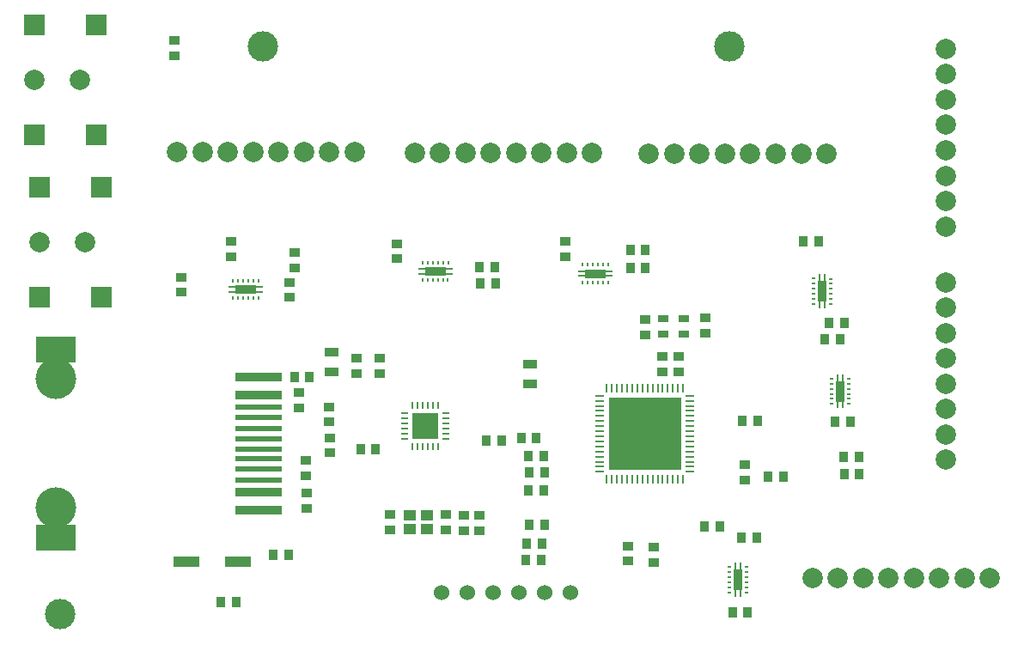
<source format=gts>
G04 (created by PCBNEW (2013-08-24 BZR 4298)-stable) date Sat 23 Aug 2014 12:07:27 PM PDT*
%MOIN*%
G04 Gerber Fmt 3.4, Leading zero omitted, Abs format*
%FSLAX34Y34*%
G01*
G70*
G90*
G04 APERTURE LIST*
%ADD10C,0.005906*%
%ADD11R,0.009843X0.033465*%
%ADD12R,0.033465X0.009843*%
%ADD13R,0.281496X0.281496*%
%ADD14C,0.078700*%
%ADD15R,0.078700X0.078700*%
%ADD16R,0.035400X0.039400*%
%ADD17R,0.039400X0.035400*%
%ADD18R,0.098400X0.098400*%
%ADD19O,0.009800X0.031500*%
%ADD20O,0.031500X0.009800*%
%ADD21R,0.039370X0.031496*%
%ADD22R,0.055000X0.035000*%
%ADD23C,0.118110*%
%ADD24C,0.078740*%
%ADD25R,0.100000X0.039000*%
%ADD26C,0.060000*%
%ADD27R,0.009843X0.011811*%
%ADD28R,0.009800X0.011811*%
%ADD29R,0.009800X0.011826*%
%ADD30C,0.011811*%
%ADD31R,0.078740X0.035433*%
%ADD32R,0.027600X0.009800*%
%ADD33R,0.011811X0.009843*%
%ADD34R,0.011811X0.009800*%
%ADD35R,0.011826X0.009800*%
%ADD36R,0.035433X0.078740*%
%ADD37R,0.009800X0.027600*%
%ADD38R,0.181102X0.031890*%
%ADD39R,0.181102X0.024016*%
%ADD40C,0.157480*%
%ADD41R,0.153543X0.098425*%
%ADD42R,0.047244X0.043307*%
G04 APERTURE END LIST*
G54D10*
G54D11*
X59807Y-37259D03*
X60003Y-37259D03*
X58625Y-37259D03*
X58822Y-37259D03*
X59216Y-37259D03*
X59019Y-37259D03*
X59610Y-37259D03*
X59413Y-37259D03*
X57838Y-37259D03*
X58035Y-37259D03*
X58429Y-37259D03*
X58232Y-37259D03*
X57444Y-37259D03*
X57641Y-37259D03*
X57248Y-37259D03*
X57051Y-37259D03*
G54D12*
X56775Y-36984D03*
X56775Y-36787D03*
X56775Y-36393D03*
X56775Y-36590D03*
X56775Y-35803D03*
X56775Y-35606D03*
X56775Y-36000D03*
X56775Y-36196D03*
X56775Y-34622D03*
X56775Y-34425D03*
X56775Y-35015D03*
X56775Y-34818D03*
X56775Y-35212D03*
X56775Y-35409D03*
X56775Y-34031D03*
X56775Y-34228D03*
G54D11*
X57051Y-33755D03*
X57248Y-33755D03*
X57641Y-33755D03*
X57444Y-33755D03*
X58232Y-33755D03*
X58429Y-33755D03*
X58035Y-33755D03*
X57838Y-33755D03*
X59413Y-33755D03*
X59610Y-33755D03*
X59019Y-33755D03*
X59216Y-33755D03*
X58822Y-33755D03*
X58625Y-33755D03*
X60003Y-33755D03*
X59807Y-33755D03*
G54D12*
X60279Y-34228D03*
X60279Y-34031D03*
X60279Y-35409D03*
X60279Y-35212D03*
X60279Y-34818D03*
X60279Y-35007D03*
X60279Y-34425D03*
X60279Y-34622D03*
X60279Y-36196D03*
X60279Y-36000D03*
X60279Y-35606D03*
X60279Y-35803D03*
X60279Y-36590D03*
X60279Y-36393D03*
X60279Y-36787D03*
X60279Y-36984D03*
G54D13*
X58527Y-35507D03*
G54D14*
X36811Y-28070D03*
G54D15*
X35039Y-25940D03*
X37441Y-25940D03*
X35039Y-30202D03*
X37441Y-30202D03*
G54D14*
X35039Y-28070D03*
G54D16*
X52973Y-35787D03*
X52381Y-35787D03*
G54D17*
X47322Y-32578D03*
X47322Y-33170D03*
X51496Y-39272D03*
X51496Y-38680D03*
G54D18*
X50003Y-35208D03*
G54D19*
X49511Y-35995D03*
X49708Y-35995D03*
X49905Y-35995D03*
X50101Y-35995D03*
X50298Y-35995D03*
X50495Y-35995D03*
G54D20*
X50790Y-35700D03*
X50790Y-35503D03*
X50790Y-35306D03*
X50790Y-35110D03*
X50790Y-34913D03*
X50790Y-34716D03*
G54D19*
X50495Y-34421D03*
X50298Y-34421D03*
X50101Y-34421D03*
X49905Y-34421D03*
X49708Y-34421D03*
X49511Y-34421D03*
G54D20*
X49216Y-34716D03*
X49216Y-34913D03*
X49216Y-35110D03*
X49216Y-35306D03*
X49216Y-35503D03*
X49216Y-35700D03*
G54D16*
X47491Y-36114D03*
X48083Y-36114D03*
G54D17*
X52086Y-39272D03*
X52086Y-38680D03*
X50787Y-39233D03*
X50787Y-38641D03*
X48622Y-39233D03*
X48622Y-38641D03*
X48228Y-32578D03*
X48228Y-33170D03*
X62401Y-36711D03*
X62401Y-37303D03*
G54D16*
X53719Y-35669D03*
X54311Y-35669D03*
X62894Y-35000D03*
X62302Y-35000D03*
G54D17*
X59842Y-32499D03*
X59842Y-33091D03*
X58533Y-31081D03*
X58533Y-31673D03*
X60866Y-31614D03*
X60866Y-31022D03*
X59212Y-32499D03*
X59212Y-33091D03*
G54D16*
X54626Y-39035D03*
X54034Y-39035D03*
X54528Y-39763D03*
X53936Y-39763D03*
X54508Y-40393D03*
X53916Y-40393D03*
X54587Y-36377D03*
X53995Y-36377D03*
X54626Y-37007D03*
X54034Y-37007D03*
X54587Y-37716D03*
X53995Y-37716D03*
G54D17*
X46283Y-35051D03*
X46283Y-34459D03*
X46291Y-35664D03*
X46291Y-36256D03*
X45385Y-37134D03*
X45385Y-36542D03*
X45405Y-37822D03*
X45405Y-38414D03*
G54D16*
X44693Y-40208D03*
X44101Y-40208D03*
G54D17*
X57874Y-39861D03*
X57874Y-40453D03*
G54D16*
X45516Y-33295D03*
X44924Y-33295D03*
G54D17*
X45106Y-34512D03*
X45106Y-33920D03*
X58877Y-39920D03*
X58877Y-40512D03*
X40551Y-30020D03*
X40551Y-29428D03*
G54D21*
X59251Y-31633D03*
X60039Y-31633D03*
X59251Y-31043D03*
X60039Y-31043D03*
G54D16*
X42677Y-42047D03*
X42085Y-42047D03*
G54D22*
X54055Y-33563D03*
X54055Y-32813D03*
G54D16*
X63306Y-37185D03*
X63898Y-37185D03*
G54D23*
X61811Y-20472D03*
X43700Y-20472D03*
X35826Y-42519D03*
G54D24*
X44311Y-24566D03*
X45295Y-24566D03*
X41358Y-24566D03*
X40374Y-24566D03*
X42342Y-24566D03*
X43326Y-24566D03*
X47263Y-24566D03*
X46279Y-24566D03*
X67972Y-41102D03*
X66988Y-41102D03*
X70925Y-41102D03*
X71909Y-41102D03*
X69940Y-41102D03*
X68956Y-41102D03*
X65019Y-41102D03*
X66003Y-41102D03*
X70196Y-33562D03*
X70196Y-34547D03*
X70196Y-30610D03*
X70196Y-29625D03*
X70196Y-31594D03*
X70196Y-32578D03*
X70196Y-36515D03*
X70196Y-35531D03*
X70196Y-24507D03*
X70196Y-25492D03*
X70196Y-21555D03*
X70196Y-20570D03*
X70196Y-22539D03*
X70196Y-23523D03*
X70196Y-27460D03*
X70196Y-26476D03*
X53523Y-24606D03*
X54507Y-24606D03*
X50570Y-24606D03*
X49586Y-24606D03*
X51555Y-24606D03*
X52539Y-24606D03*
X56476Y-24606D03*
X55492Y-24606D03*
X62618Y-24645D03*
X63602Y-24645D03*
X59665Y-24645D03*
X58681Y-24645D03*
X60649Y-24645D03*
X61633Y-24645D03*
X65570Y-24645D03*
X64586Y-24645D03*
G54D16*
X52697Y-29055D03*
X52105Y-29055D03*
X60833Y-39090D03*
X61425Y-39090D03*
X62274Y-39531D03*
X62866Y-39531D03*
X66851Y-37086D03*
X66259Y-37086D03*
X66831Y-36397D03*
X66239Y-36397D03*
X66103Y-31850D03*
X65511Y-31850D03*
X65256Y-28051D03*
X64664Y-28051D03*
X58544Y-29074D03*
X57952Y-29074D03*
X58544Y-28385D03*
X57952Y-28385D03*
X52736Y-29685D03*
X52144Y-29685D03*
X61924Y-42440D03*
X62516Y-42440D03*
X65904Y-35029D03*
X66496Y-35029D03*
X65668Y-31200D03*
X66260Y-31200D03*
G54D17*
X55433Y-28642D03*
X55433Y-28050D03*
X44921Y-28483D03*
X44921Y-29075D03*
X42480Y-28050D03*
X42480Y-28642D03*
X48897Y-28721D03*
X48897Y-28129D03*
X44744Y-30217D03*
X44744Y-29625D03*
X40275Y-20847D03*
X40275Y-20255D03*
G54D14*
X36614Y-21771D03*
G54D15*
X34842Y-19641D03*
X37244Y-19641D03*
X34842Y-23903D03*
X37244Y-23903D03*
G54D14*
X34842Y-21771D03*
G54D25*
X40732Y-40472D03*
X42732Y-40472D03*
G54D22*
X46377Y-32341D03*
X46377Y-33091D03*
G54D26*
X54641Y-41657D03*
X55641Y-41659D03*
X50649Y-41657D03*
X51649Y-41659D03*
X53645Y-41659D03*
X52645Y-41657D03*
G54D27*
X42539Y-30255D03*
G54D28*
X43326Y-30255D03*
X42736Y-30255D03*
X43130Y-30255D03*
X42932Y-30255D03*
X43523Y-30255D03*
X43525Y-29586D03*
X42935Y-29586D03*
X43131Y-29586D03*
X42738Y-29586D03*
X43328Y-29586D03*
G54D29*
X42541Y-29586D03*
G54D30*
X43031Y-29921D03*
X42755Y-29921D03*
X43307Y-29921D03*
G54D31*
X43031Y-29921D03*
G54D32*
X43562Y-30019D03*
X43562Y-29823D03*
X42500Y-30019D03*
X42500Y-29823D03*
G54D27*
X56102Y-29625D03*
G54D28*
X56889Y-29625D03*
X56299Y-29625D03*
X56693Y-29625D03*
X56495Y-29625D03*
X57086Y-29625D03*
X57088Y-28956D03*
X56498Y-28956D03*
X56694Y-28956D03*
X56301Y-28956D03*
X56891Y-28956D03*
G54D29*
X56104Y-28956D03*
G54D30*
X56594Y-29291D03*
X56318Y-29291D03*
X56870Y-29291D03*
G54D31*
X56594Y-29291D03*
G54D32*
X57125Y-29389D03*
X57125Y-29193D03*
X56063Y-29389D03*
X56063Y-29193D03*
G54D33*
X65767Y-33366D03*
G54D34*
X65767Y-34153D03*
X65767Y-33563D03*
X65767Y-33957D03*
X65767Y-33759D03*
X65767Y-34350D03*
X66437Y-34352D03*
X66437Y-33762D03*
X66437Y-33958D03*
X66437Y-33565D03*
X66437Y-34155D03*
G54D35*
X66437Y-33368D03*
G54D30*
X66102Y-33858D03*
X66102Y-33582D03*
X66102Y-34133D03*
G54D36*
X66102Y-33858D03*
G54D37*
X66004Y-34389D03*
X66200Y-34389D03*
X66004Y-33327D03*
X66200Y-33327D03*
G54D33*
X65078Y-29488D03*
G54D34*
X65078Y-30275D03*
X65078Y-29685D03*
X65078Y-30079D03*
X65078Y-29881D03*
X65078Y-30472D03*
X65748Y-30474D03*
X65748Y-29884D03*
X65748Y-30080D03*
X65748Y-29687D03*
X65748Y-30277D03*
G54D35*
X65748Y-29490D03*
G54D30*
X65413Y-29980D03*
X65413Y-29704D03*
X65413Y-30255D03*
G54D36*
X65413Y-29980D03*
G54D37*
X65315Y-30511D03*
X65511Y-30511D03*
X65315Y-29449D03*
X65511Y-29449D03*
G54D33*
X61795Y-40677D03*
G54D34*
X61795Y-41464D03*
X61795Y-40874D03*
X61795Y-41268D03*
X61795Y-41070D03*
X61795Y-41661D03*
X62464Y-41663D03*
X62464Y-41073D03*
X62464Y-41269D03*
X62464Y-40876D03*
X62464Y-41466D03*
G54D35*
X62464Y-40679D03*
G54D30*
X62129Y-41169D03*
X62129Y-40893D03*
X62129Y-41444D03*
G54D36*
X62129Y-41169D03*
G54D37*
X62031Y-41700D03*
X62227Y-41700D03*
X62031Y-40638D03*
X62227Y-40638D03*
G54D27*
X49901Y-29547D03*
G54D28*
X50688Y-29547D03*
X50098Y-29547D03*
X50492Y-29547D03*
X50294Y-29547D03*
X50885Y-29547D03*
X50887Y-28877D03*
X50297Y-28877D03*
X50493Y-28877D03*
X50100Y-28877D03*
X50690Y-28877D03*
G54D29*
X49903Y-28877D03*
G54D30*
X50393Y-29212D03*
X50118Y-29212D03*
X50669Y-29212D03*
G54D31*
X50393Y-29212D03*
G54D32*
X50924Y-29310D03*
X50924Y-29114D03*
X49862Y-29310D03*
X49862Y-29114D03*
G54D38*
X43523Y-33291D03*
X43523Y-34015D03*
G54D39*
X43523Y-34488D03*
X43523Y-34889D03*
X43523Y-35692D03*
X43523Y-37291D03*
X43523Y-36488D03*
G54D38*
X43523Y-38488D03*
X43523Y-37763D03*
G54D39*
X43523Y-36090D03*
X43523Y-36889D03*
G54D40*
X35681Y-38389D03*
X35681Y-33389D03*
G54D39*
X43523Y-35291D03*
G54D41*
X35681Y-32228D03*
X35681Y-39551D03*
G54D42*
X50059Y-38661D03*
X49389Y-38661D03*
X50059Y-39212D03*
X49389Y-39212D03*
M02*

</source>
